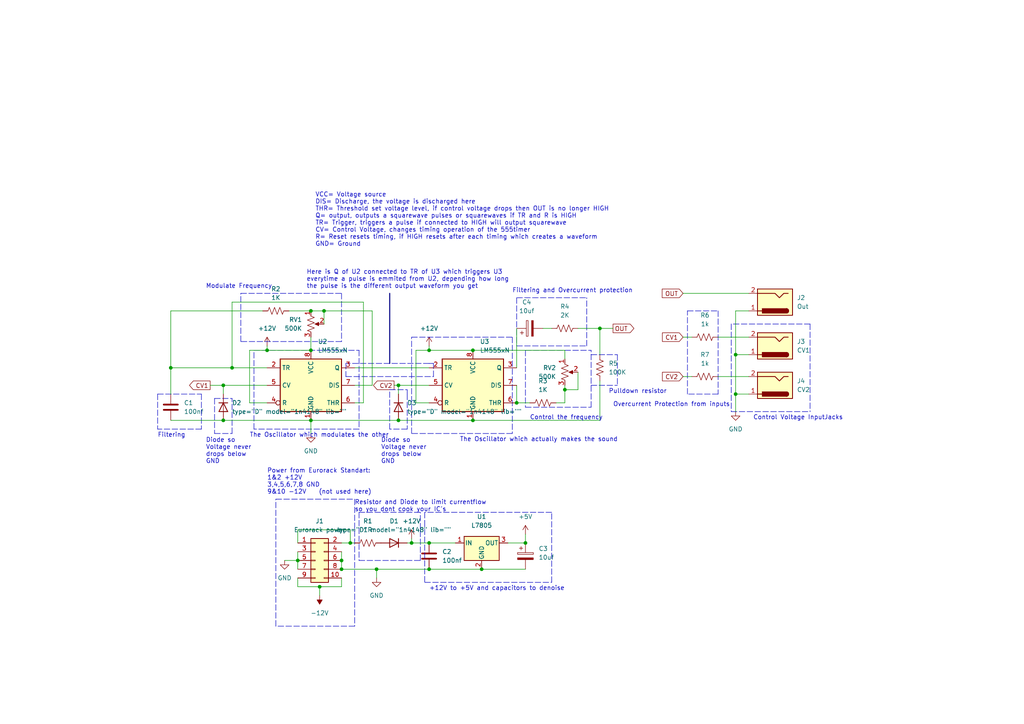
<source format=kicad_sch>
(kicad_sch (version 20211123) (generator eeschema)
  (paper "A4")
  (title_block (title "APC") (rev "1") (company "Julian Bressel"))
  (lib_symbols
    (symbol "Connector:Jack-DC" (pin_names (offset 1.016))
      (property "Reference" "J" (at 0 5.334 0))
      (property "Value" "Jack-DC" (at 0 -5.08 0))
      (symbol "Jack-DC_0_1"
        (rectangle (start -5.08 3.81) (end 5.08 -3.81) (stroke (width 0.254)) (fill (type background)))
        (arc (start -3.302 3.175) (mid -3.937 2.54) (end -3.302 1.905) (stroke (width 0.254)))
        (arc (start -3.302 3.175) (mid -3.937 2.54) (end -3.302 1.905) (stroke (width 0.254)) (fill (type outline)))
        (polyline (pts (xy 5.08 2.54) (xy 3.81 2.54)) (stroke (width 0.254)))
        (polyline (pts (xy -3.81 -2.54) (xy -2.54 -2.54) (xy -1.27 -1.27) (xy 0 -2.54) (xy 2.54 -2.54) (xy 5.08 -2.54)) (stroke (width 0.254)))
        (rectangle (start 3.683 3.175) (end -3.302 1.905) (stroke (width 0.254)) (fill (type outline)))
      )
      (symbol "Jack-DC_1_1"
        (pin passive line (at 7.62 2.54 180) (length 2.54) (name "~") (number "1"))
        (pin passive line (at 7.62 -2.54 180) (length 2.54) (name "~") (number "2"))
      )
    )
    (symbol "Connector_Generic:Conn_02x05_Odd_Even" (pin_names (offset 1.016) hide)
      (property "Reference" "J" (at 1.27 7.62 0))
      (property "Value" "Conn_02x05_Odd_Even" (at 1.27 -7.62 0))
      (symbol "Conn_02x05_Odd_Even_1_1"
        (rectangle (start -1.27 -4.953) (end 0 -5.207) (stroke (width 0.1524)))
        (rectangle (start -1.27 -2.413) (end 0 -2.667) (stroke (width 0.1524)))
        (rectangle (start -1.27 0.127) (end 0 -0.127) (stroke (width 0.1524)))
        (rectangle (start -1.27 2.667) (end 0 2.413) (stroke (width 0.1524)))
        (rectangle (start -1.27 5.207) (end 0 4.953) (stroke (width 0.1524)))
        (rectangle (start -1.27 6.35) (end 3.81 -6.35) (stroke (width 0.254)) (fill (type background)))
        (rectangle (start 3.81 -4.953) (end 2.54 -5.207) (stroke (width 0.1524)))
        (rectangle (start 3.81 -2.413) (end 2.54 -2.667) (stroke (width 0.1524)))
        (rectangle (start 3.81 0.127) (end 2.54 -0.127) (stroke (width 0.1524)))
        (rectangle (start 3.81 2.667) (end 2.54 2.413) (stroke (width 0.1524)))
        (rectangle (start 3.81 5.207) (end 2.54 4.953) (stroke (width 0.1524)))
        (pin passive line (at -5.08 5.08 0) (length 3.81) (name "Pin_1") (number "1"))
        (pin passive line (at 7.62 -5.08 180) (length 3.81) (name "Pin_10") (number "10"))
        (pin passive line (at 7.62 5.08 180) (length 3.81) (name "Pin_2") (number "2"))
        (pin passive line (at -5.08 2.54 0) (length 3.81) (name "Pin_3") (number "3"))
        (pin passive line (at 7.62 2.54 180) (length 3.81) (name "Pin_4") (number "4"))
        (pin passive line (at -5.08 0 0) (length 3.81) (name "Pin_5") (number "5"))
        (pin passive line (at 7.62 0 180) (length 3.81) (name "Pin_6") (number "6"))
        (pin passive line (at -5.08 -2.54 0) (length 3.81) (name "Pin_7") (number "7"))
        (pin passive line (at 7.62 -2.54 180) (length 3.81) (name "Pin_8") (number "8"))
        (pin passive line (at -5.08 -5.08 0) (length 3.81) (name "Pin_9") (number "9"))
      )
    )
    (symbol "Device:C" (pin_numbers hide) (pin_names (offset 0.254))
      (property "Reference" "C" (at 0.635 2.54 0))
      (property "Value" "C" (at 0.635 -2.54 0))
      (symbol "C_0_1"
        (polyline (pts (xy -2.032 -0.762) (xy 2.032 -0.762)) (stroke (width 0.508)))
        (polyline (pts (xy -2.032 0.762) (xy 2.032 0.762)) (stroke (width 0.508)))
      )
      (symbol "C_1_1"
        (pin passive line (at 0 3.81 270) (length 2.794) (name "~") (number "1"))
        (pin passive line (at 0 -3.81 90) (length 2.794) (name "~") (number "2"))
      )
    )
    (symbol "Device:C_Polarized" (pin_numbers hide) (pin_names (offset 0.254))
      (property "Reference" "C" (at 0.635 2.54 0))
      (property "Value" "C_Polarized" (at 0.635 -2.54 0))
      (symbol "C_Polarized_0_1"
        (rectangle (start -2.286 0.508) (end 2.286 1.016))
        (polyline (pts (xy -1.778 2.286) (xy -0.762 2.286)))
        (polyline (pts (xy -1.27 2.794) (xy -1.27 1.778)))
        (rectangle (start 2.286 -0.508) (end -2.286 -1.016) (fill (type outline)))
      )
      (symbol "C_Polarized_1_1"
        (pin passive line (at 0 3.81 270) (length 2.794) (name "~") (number "1"))
        (pin passive line (at 0 -3.81 90) (length 2.794) (name "~") (number "2"))
      )
    )
    (symbol "Device:R_Potentiometer_US" (pin_names (offset 1.016) hide)
      (property "Reference" "RV" (at -4.445 0 90))
      (property "Value" "R_Potentiometer_US" (at -2.54 0 90))
      (symbol "R_Potentiometer_US_0_1"
        (polyline (pts (xy 0 -2.286) (xy 0 -2.54)))
        (polyline (pts (xy 0 2.54) (xy 0 2.286)))
        (polyline (pts (xy 2.54 0) (xy 1.524 0)))
        (polyline (pts (xy 1.143 0) (xy 2.286 0.508) (xy 2.286 -0.508) (xy 1.143 0)) (fill (type outline)))
        (polyline (pts (xy 0 -0.762) (xy 1.016 -1.143) (xy 0 -1.524) (xy -1.016 -1.905) (xy 0 -2.286)))
        (polyline (pts (xy 0 0.762) (xy 1.016 0.381) (xy 0 0) (xy -1.016 -0.381) (xy 0 -0.762)))
        (polyline (pts (xy 0 2.286) (xy 1.016 1.905) (xy 0 1.524) (xy -1.016 1.143) (xy 0 0.762)))
      )
      (symbol "R_Potentiometer_US_1_1"
        (pin passive line (at 0 3.81 270) (length 1.27) (name "1") (number "1"))
        (pin passive line (at 3.81 0 180) (length 1.27) (name "2") (number "2"))
        (pin passive line (at 0 -3.81 90) (length 1.27) (name "3") (number "3"))
      )
    )
    (symbol "Device:R_US" (pin_numbers hide) (pin_names (offset 0))
      (property "Reference" "R" (at 2.54 0 90))
      (property "Value" "R_US" (at -2.54 0 90))
      (symbol "R_US_0_1"
        (polyline (pts (xy 0 -2.286) (xy 0 -2.54)))
        (polyline (pts (xy 0 2.286) (xy 0 2.54)))
        (polyline (pts (xy 0 -0.762) (xy 1.016 -1.143) (xy 0 -1.524) (xy -1.016 -1.905) (xy 0 -2.286)))
        (polyline (pts (xy 0 0.762) (xy 1.016 0.381) (xy 0 0) (xy -1.016 -0.381) (xy 0 -0.762)))
        (polyline (pts (xy 0 2.286) (xy 1.016 1.905) (xy 0 1.524) (xy -1.016 1.143) (xy 0 0.762)))
      )
      (symbol "R_US_1_1"
        (pin passive line (at 0 3.81 270) (length 1.27) (name "~") (number "1"))
        (pin passive line (at 0 -3.81 90) (length 1.27) (name "~") (number "2"))
      )
    )
    (symbol "Regulator_Linear:L7805" (pin_names (offset 0.254))
      (property "Reference" "U" (at -3.81 3.175 0))
      (property "Value" "L7805" (at 0 3.175 0))
      (symbol "L7805_0_1"
        (rectangle (start -5.08 1.905) (end 5.08 -5.08) (stroke (width 0.254)) (fill (type background)))
      )
      (symbol "L7805_1_1"
        (pin power_in line (at -7.62 0 0) (length 2.54) (name "IN") (number "1"))
        (pin power_in line (at 0 -7.62 90) (length 2.54) (name "GND") (number "2"))
        (pin power_out line (at 7.62 0 180) (length 2.54) (name "OUT") (number "3"))
      )
    )
    (symbol "Simulation_SPICE:DIODE" (pin_numbers hide) (pin_names (offset 1.016) hide)
      (property "Reference" "D" (at 0 2.54 0))
      (property "Value" "DIODE" (at 0 -2.54 0))
      (symbol "DIODE_0_1"
        (polyline (pts (xy 1.27 0) (xy -1.27 0)))
        (polyline (pts (xy 1.27 1.27) (xy 1.27 -1.27)) (stroke (width 0.254)))
        (polyline (pts (xy -1.27 -1.27) (xy -1.27 1.27) (xy 1.27 0) (xy -1.27 -1.27)) (stroke (width 0.254)))
      )
      (symbol "DIODE_1_1"
        (pin passive line (at -3.81 0 0) (length 2.54) (name "A") (number "1"))
        (pin passive line (at 3.81 0 180) (length 2.54) (name "K") (number "2"))
      )
    )
    (symbol "Timer:LM555xN"
      (property "Reference" "U" (at -10.16 8.89 0))
      (property "Value" "LM555xN" (at 2.54 8.89 0))
      (symbol "LM555xN_0_0"
        (pin power_in line (at 0 -10.16 90) (length 2.54) (name "GND") (number "1"))
        (pin power_in line (at 0 10.16 270) (length 2.54) (name "VCC") (number "8"))
      )
      (symbol "LM555xN_0_1"
        (rectangle (start -8.89 -7.62) (end 8.89 7.62) (stroke (width 0.254)) (fill (type background)))
        (rectangle (start -8.89 -7.62) (end 8.89 7.62) (stroke (width 0.254)) (fill (type background)))
      )
      (symbol "LM555xN_1_1"
        (pin input line (at -12.7 5.08 0) (length 3.81) (name "TR") (number "2"))
        (pin output line (at 12.7 5.08 180) (length 3.81) (name "Q") (number "3"))
        (pin input inverted (at -12.7 -5.08 0) (length 3.81) (name "R") (number "4"))
        (pin input line (at -12.7 0 0) (length 3.81) (name "CV") (number "5"))
        (pin input line (at 12.7 -5.08 180) (length 3.81) (name "THR") (number "6"))
        (pin input line (at 12.7 0 180) (length 3.81) (name "DIS") (number "7"))
      )
    )
    (symbol "power:+12V" (power) (pin_names (offset 0))
      (property "Value" "+12V" (at 0 3.556 0))
      (symbol "+12V_0_1"
        (polyline (pts (xy -0.762 1.27) (xy 0 2.54)))
        (polyline (pts (xy 0 0) (xy 0 2.54)))
        (polyline (pts (xy 0 2.54) (xy 0.762 1.27)))
      )
      (symbol "+12V_1_1"
        (pin power_in line (at 0 0 90) (length 0) hide (name "+12V") (number "1"))
      )
    )
    (symbol "power:+5V" (power) (pin_names (offset 0))
      (property "Value" "+5V" (at 0 3.556 0))
      (symbol "+5V_0_1"
        (polyline (pts (xy -0.762 1.27) (xy 0 2.54)))
        (polyline (pts (xy 0 0) (xy 0 2.54)))
        (polyline (pts (xy 0 2.54) (xy 0.762 1.27)))
      )
      (symbol "+5V_1_1"
        (pin power_in line (at 0 0 90) (length 0) hide (name "+5V") (number "1"))
      )
    )
    (symbol "power:-12V" (power) (pin_names (offset 0))
      (property "Value" "-12V" (at 0 3.81 0))
      (symbol "-12V_0_0"
        (pin power_in line (at 0 0 90) (length 0) hide (name "-12V") (number "1"))
      )
      (symbol "-12V_0_1"
        (polyline (pts (xy 0 0) (xy 0 1.27) (xy 0.762 1.27) (xy 0 2.54) (xy -0.762 1.27) (xy 0 1.27)) (fill (type outline)))
      )
    )
    (symbol "power:GND" (power) (pin_names (offset 0))
      (property "Value" "GND" (at 0 -3.81 0))
      (symbol "GND_0_1"
        (polyline (pts (xy 0 0) (xy 0 -1.27) (xy 1.27 -1.27) (xy 0 -2.54) (xy -1.27 -1.27) (xy 0 -1.27)))
      )
      (symbol "GND_1_1"
        (pin power_in line (at 0 0 270) (length 0) hide (name "GND") (number "1"))
      )
    )
  )
  (junction (at 93.98 90.17))
  (junction (at 99.06 165.1))
  (junction (at 163.83 113.03))
  (junction (at 149.86 116.84))
  (junction (at 99.06 162.56))
  (junction (at 64.77 111.76))
  (junction (at 124.46 165.1))
  (junction (at 124.46 157.48))
  (junction (at 213.36 102.87))
  (junction (at 115.57 111.76))
  (junction (at 119.38 157.48))
  (junction (at 137.16 121.92))
  (junction (at 67.31 106.68))
  (junction (at 90.17 121.92))
  (junction (at 213.36 114.3))
  (junction (at 124.46 101.6))
  (junction (at 109.22 165.1))
  (junction (at 90.17 101.6))
  (junction (at 64.77 121.92))
  (junction (at 139.7 165.1))
  (junction (at 152.4 157.48))
  (junction (at 86.36 162.56))
  (junction (at 115.57 121.92))
  (junction (at 77.47 101.6))
  (junction (at 173.99 95.25))
  (junction (at 49.53 106.68))
  (junction (at 101.6 157.48))
  (junction (at 90.17 90.17))
  (junction (at 137.16 101.6))
  (junction (at 92.71 170.18))
  (polyline (pts (xy 149.86 100.33) (xy 170.18 100.33)))
  (wire (pts (xy 76.2 90.17) (xy 49.53 90.17)))
  (wire (pts (xy 163.83 116.84) (xy 163.83 113.03)))
  (wire (pts (xy 77.47 100.33) (xy 77.47 101.6)))
  (wire (pts (xy 67.31 87.63) (xy 105.41 87.63)))
  (polyline (pts (xy 118.11 113.03) (xy 118.11 114.3)))
  (polyline (pts (xy 67.31 125.73) (xy 67.31 115.57)))
  (wire (pts (xy 147.32 157.48) (xy 152.4 157.48)))
  (wire (pts (xy 105.41 116.84) (xy 102.87 116.84)))
  (polyline (pts (xy 102.87 181.61) (xy 80.01 181.61)))
  (wire (pts (xy 167.64 113.03) (xy 163.83 113.03)))
  (polyline (pts (xy 123.19 151.13) (xy 123.19 168.91)))
  (wire (pts (xy 124.46 165.1) (xy 139.7 165.1)))
  (wire (pts (xy 213.36 114.3) (xy 217.17 114.3)))
  (polyline (pts (xy 58.42 124.46) (xy 45.72 124.46)))
  (polyline (pts (xy 170.18 100.33) (xy 170.18 86.36)))
  (wire (pts (xy 109.22 165.1) (xy 124.46 165.1)))
  (polyline (pts (xy 234.95 93.98) (xy 234.95 119.38)))
  (wire (pts (xy 99.06 165.1) (xy 109.22 165.1)))
  (wire (pts (xy 102.87 111.76) (xy 107.95 111.76)))
  (wire (pts (xy 157.48 95.25) (xy 160.02 95.25)))
  (wire (pts (xy 92.71 170.18) (xy 92.71 172.72)))
  (polyline (pts (xy 118.11 124.46) (xy 113.03 124.46)))
  (wire (pts (xy 119.38 157.48) (xy 124.46 157.48)))
  (wire (pts (xy 152.4 154.94) (xy 152.4 157.48)))
  (wire (pts (xy 167.64 107.95) (xy 167.64 113.03)))
  (polyline (pts (xy 100.33 109.22) (xy 125.73 109.22)))
  (wire (pts (xy 64.77 111.76) (xy 77.47 111.76)))
  (wire (pts (xy 86.36 153.67) (xy 101.6 153.67)))
  (polyline (pts (xy 121.92 162.56) (xy 121.92 148.59)))
  (wire (pts (xy 86.36 167.64) (xy 86.36 170.18)))
  (wire (pts (xy 161.29 116.84) (xy 163.83 116.84)))
  (wire (pts (xy 90.17 121.92) (xy 115.57 121.92)))
  (wire (pts (xy 120.65 101.6) (xy 120.65 116.84)))
  (wire (pts (xy 90.17 101.6) (xy 77.47 101.6)))
  (polyline (pts (xy 73.66 101.6) (xy 104.14 101.6)))
  (wire (pts (xy 198.12 97.79) (xy 200.66 97.79)))
  (polyline (pts (xy 62.23 125.73) (xy 67.31 125.73)))
  (polyline (pts (xy 119.38 97.79) (xy 148.59 97.79)))
  (polyline (pts (xy 104.14 162.56) (xy 121.92 162.56)))
  (polyline (pts (xy 171.45 118.11) (xy 171.45 101.6)))
  (wire (pts (xy 49.53 90.17) (xy 49.53 106.68)))
  (wire (pts (xy 120.65 116.84) (xy 124.46 116.84)))
  (polyline (pts (xy 100.33 105.41) (xy 100.33 109.22)))
  (polyline (pts (xy 149.86 86.36) (xy 170.18 86.36)))
  (polyline (pts (xy 124.46 105.41) (xy 100.33 105.41)))
  (polyline (pts (xy 118.11 114.3) (xy 118.11 124.46)))
  (polyline (pts (xy 123.19 148.59) (xy 123.19 151.13)))
  (wire (pts (xy 49.53 106.68) (xy 67.31 106.68)))
  (bus (pts (xy 113.03 85.09) (xy 113.03 105.41)))
  (wire (pts (xy 93.98 90.17) (xy 90.17 90.17)))
  (polyline (pts (xy 69.85 85.09) (xy 99.06 85.09)))
  (polyline (pts (xy 73.66 124.46) (xy 73.66 101.6)))
  (polyline (pts (xy 152.4 101.6) (xy 171.45 101.6)))
  (wire (pts (xy 90.17 121.92) (xy 64.77 121.92)))
  (wire (pts (xy 109.22 165.1) (xy 109.22 167.64)))
  (wire (pts (xy 83.82 90.17) (xy 90.17 90.17)))
  (polyline (pts (xy 208.28 90.17) (xy 208.28 114.3)))
  (wire (pts (xy 173.99 121.92) (xy 137.16 121.92)))
  (polyline (pts (xy 148.59 97.79) (xy 148.59 125.73)))
  (polyline (pts (xy 123.19 168.91) (xy 160.02 168.91)))
  (polyline (pts (xy 152.4 118.11) (xy 171.45 118.11)))
  (polyline (pts (xy 102.87 144.78) (xy 102.87 181.61)))
  (wire (pts (xy 102.87 106.68) (xy 124.46 106.68)))
  (wire (pts (xy 173.99 110.49) (xy 173.99 121.92)))
  (wire (pts (xy 86.36 170.18) (xy 92.71 170.18)))
  (polyline (pts (xy 113.03 124.46) (xy 113.03 113.03)))
  (wire (pts (xy 149.86 116.84) (xy 153.67 116.84)))
  (wire (pts (xy 60.96 111.76) (xy 64.77 111.76)))
  (polyline (pts (xy 80.01 144.78) (xy 102.87 144.78)))
  (wire (pts (xy 114.3 111.76) (xy 115.57 111.76)))
  (polyline (pts (xy 104.14 124.46) (xy 73.66 124.46)))
  (wire (pts (xy 173.99 102.87) (xy 173.99 95.25)))
  (wire (pts (xy 124.46 101.6) (xy 120.65 101.6)))
  (polyline (pts (xy 104.14 101.6) (xy 104.14 124.46)))
  (polyline (pts (xy 69.85 99.06) (xy 69.85 85.09)))
  (wire (pts (xy 72.39 101.6) (xy 72.39 116.84)))
  (wire (pts (xy 163.83 113.03) (xy 163.83 111.76)))
  (wire (pts (xy 64.77 121.92) (xy 49.53 121.92)))
  (wire (pts (xy 198.12 109.22) (xy 200.66 109.22)))
  (wire (pts (xy 99.06 170.18) (xy 99.06 167.64)))
  (polyline (pts (xy 124.46 105.41) (xy 125.73 105.41)))
  (wire (pts (xy 101.6 157.48) (xy 102.87 157.48)))
  (wire (pts (xy 67.31 106.68) (xy 77.47 106.68)))
  (wire (pts (xy 208.28 109.22) (xy 217.17 109.22)))
  (wire (pts (xy 82.55 162.56) (xy 86.36 162.56)))
  (polyline (pts (xy 179.07 102.87) (xy 179.07 111.76)))
  (wire (pts (xy 213.36 90.17) (xy 213.36 102.87)))
  (wire (pts (xy 149.86 111.76) (xy 149.86 116.84)))
  (polyline (pts (xy 80.01 181.61) (xy 80.01 144.78)))
  (wire (pts (xy 213.36 102.87) (xy 213.36 114.3)))
  (wire (pts (xy 86.36 157.48) (xy 86.36 153.67)))
  (polyline (pts (xy 104.14 148.59) (xy 104.14 162.56)))
  (polyline (pts (xy 62.23 115.57) (xy 62.23 125.73)))
  (wire (pts (xy 119.38 156.21) (xy 119.38 157.48)))
  (wire (pts (xy 86.36 162.56) (xy 86.36 165.1)))
  (wire (pts (xy 137.16 101.6) (xy 124.46 101.6)))
  (polyline (pts (xy 152.4 101.6) (xy 152.4 118.11)))
  (wire (pts (xy 99.06 160.02) (xy 99.06 162.56)))
  (polyline (pts (xy 199.39 114.3) (xy 199.39 90.17)))
  (wire (pts (xy 198.12 85.09) (xy 217.17 85.09)))
  (wire (pts (xy 72.39 116.84) (xy 77.47 116.84)))
  (polyline (pts (xy 212.09 93.98) (xy 212.09 119.38)))
  (wire (pts (xy 93.98 93.98) (xy 93.98 90.17)))
  (polyline (pts (xy 113.03 113.03) (xy 118.11 113.03)))
  (polyline (pts (xy 208.28 114.3) (xy 199.39 114.3)))
  (polyline (pts (xy 119.38 125.73) (xy 119.38 97.79)))
  (wire (pts (xy 77.47 101.6) (xy 72.39 101.6)))
  (wire (pts (xy 105.41 87.63) (xy 105.41 116.84)))
  (wire (pts (xy 118.11 157.48) (xy 119.38 157.48)))
  (wire (pts (xy 86.36 160.02) (xy 86.36 162.56)))
  (polyline (pts (xy 171.45 111.76) (xy 179.07 111.76)))
  (wire (pts (xy 208.28 97.79) (xy 217.17 97.79)))
  (wire (pts (xy 163.83 101.6) (xy 163.83 104.14)))
  (polyline (pts (xy 199.39 90.17) (xy 208.28 90.17)))
  (polyline (pts (xy 171.45 102.87) (xy 179.07 102.87)))
  (wire (pts (xy 149.86 95.25) (xy 149.86 106.68)))
  (wire (pts (xy 124.46 157.48) (xy 132.08 157.48)))
  (wire (pts (xy 49.53 114.3) (xy 49.53 106.68)))
  (wire (pts (xy 67.31 106.68) (xy 67.31 87.63)))
  (polyline (pts (xy 234.95 93.98) (xy 212.09 93.98)))
  (wire (pts (xy 213.36 114.3) (xy 213.36 119.38)))
  (wire (pts (xy 90.17 121.92) (xy 90.17 125.73)))
  (polyline (pts (xy 212.09 119.38) (xy 234.95 119.38)))
  (polyline (pts (xy 160.02 168.91) (xy 160.02 148.59)))
  (polyline (pts (xy 45.72 114.3) (xy 58.42 114.3)))
  (wire (pts (xy 139.7 165.1) (xy 152.4 165.1)))
  (wire (pts (xy 124.46 100.33) (xy 124.46 101.6)))
  (polyline (pts (xy 148.59 125.73) (xy 119.38 125.73)))
  (polyline (pts (xy 99.06 85.09) (xy 99.06 99.06)))
  (polyline (pts (xy 125.73 109.22) (xy 125.73 105.41)))
  (polyline (pts (xy 99.06 99.06) (xy 69.85 99.06)))
  (wire (pts (xy 213.36 102.87) (xy 217.17 102.87)))
  (wire (pts (xy 99.06 157.48) (xy 101.6 157.48)))
  (wire (pts (xy 137.16 101.6) (xy 163.83 101.6)))
  (wire (pts (xy 92.71 170.18) (xy 99.06 170.18)))
  (polyline (pts (xy 160.02 148.59) (xy 123.19 148.59)))
  (wire (pts (xy 217.17 90.17) (xy 213.36 90.17)))
  (polyline (pts (xy 58.42 114.3) (xy 58.42 124.46)))
  (wire (pts (xy 115.57 121.92) (xy 137.16 121.92)))
  (wire (pts (xy 90.17 97.79) (xy 90.17 101.6)))
  (polyline (pts (xy 45.72 114.3) (xy 45.72 124.46)))
  (polyline (pts (xy 62.23 115.57) (xy 67.31 115.57)))
  (wire (pts (xy 173.99 95.25) (xy 177.8 95.25)))
  (wire (pts (xy 64.77 114.3) (xy 64.77 111.76)))
  (wire (pts (xy 93.98 90.17) (xy 107.95 90.17)))
  (polyline (pts (xy 149.86 86.36) (xy 149.86 100.33)))
  (wire (pts (xy 124.46 111.76) (xy 115.57 111.76)))
  (polyline (pts (xy 104.14 148.59) (xy 121.92 148.59)))
  (wire (pts (xy 107.95 90.17) (xy 107.95 111.76)))
  (wire (pts (xy 101.6 153.67) (xy 101.6 157.48)))
  (wire (pts (xy 173.99 95.25) (xy 167.64 95.25)))
  (wire (pts (xy 99.06 162.56) (xy 99.06 165.1)))
  (wire (pts (xy 115.57 111.76) (xy 115.57 114.3)))
  (text "Pulldown resistor\n" (at 176.53 114.3 0) (effects (font (size 1.27 1.27)) (justify left bottom)))
  (text "Here is Q of U2 connected to TR of U3 which triggers U3\neverytime a pulse is emmited from U2, depending how long\nthe pulse is the different output waveform you get\n" (at 88.9 83.82 0) (effects (font (size 1.27 1.27)) (justify left bottom)))
  (text "Filtering and Overcurrent protection\n" (at 148.59 85.09 0) (effects (font (size 1.27 1.27)) (justify left bottom)))
  (text "Modulate Frequency\n" (at 59.69 83.82 0) (effects (font (size 1.27 1.27)) (justify left bottom)))
  (text "Power from Eurorack Standart:\n1&2 +12V\n3,4,5,6,7,8 GND\n9&10 -12V	(not used here)" (at 77.47 143.51 0) (effects (font (size 1.27 1.27)) (justify left bottom)))
  (text "Control the frequency\n" (at 153.67 121.92 0) (effects (font (size 1.27 1.27)) (justify left bottom)))
  (text "Resistor and Diode to limit currentflow\nso you dont cook your IC's\n" (at 102.87 148.59 0) (effects (font (size 1.27 1.27)) (justify left bottom)))
  (text "Filtering\n" (at 45.72 127 0) (effects (font (size 1.27 1.27)) (justify left bottom)))
  (text "Diode so\nVoltage never\ndrops below\nGND\n" (at 59.69 134.62 0) (effects (font (size 1.27 1.27)) (justify left bottom)))
  (text "+12V to +5V and capacitors to denoise\n" (at 124.46 171.45 0) (effects (font (size 1.27 1.27)) (justify left bottom)))
  (text "Overcurrent Protection from inputs" (at 177.8 118.11 0) (effects (font (size 1.27 1.27)) (justify left bottom)))
  (text "The Oscillator which modulates the other\n" (at 72.39 127 0) (effects (font (size 1.27 1.27)) (justify left bottom)))
  (text "Diode so\nVoltage never\ndrops below\nGND\n" (at 110.49 134.62 0) (effects (font (size 1.27 1.27)) (justify left bottom)))
  (text "The Oscillator which actually makes the sound\n" (at 133.35 128.27 0) (effects (font (size 1.27 1.27)) (justify left bottom)))
  (text "Control Voltage InputJacks\n" (at 218.44 121.92 0) (effects (font (size 1.27 1.27)) (justify left bottom)))
  (text "VCC= Voltage source\nDIS= Discharge, the voltage is discharged here\nTHR= Threshold set voltage level, if control voltage drops then OUT is no longer HIGH\nQ= output, outputs a squarewave pulses or squarewaves if TR and R is HIGH\nTR= Trigger, triggers a pulse if connected to HIGH will output squarewave\nCV= Control Voltage, changes timing operation of the 555timer\nR= Reset resets timing, if HIGH resets after each timing which creates a waveform\nGND= Ground\n\n" (at 91.44 73.66 0) (effects (font (size 1.27 1.27)) (justify left bottom)))
  (global_label "OUT" (shape output) (at 177.8 95.25 0) (property "Intersheet References" "${INTERSHEET_REFS}" (effects hide)))
  (global_label "CV2" (shape input) (at 198.12 109.22 180) (property "Intersheet References" "${INTERSHEET_REFS}" (effects hide)))
  (global_label "CV1" (shape input) (at 198.12 97.79 180) (property "Intersheet References" "${INTERSHEET_REFS}" (effects hide)))
  (global_label "CV2" (shape output) (at 114.3 111.76 180) (property "Intersheet References" "${INTERSHEET_REFS}" (effects hide)))
  (global_label "CV1" (shape output) (at 60.96 111.76 180) (property "Intersheet References" "${INTERSHEET_REFS}" (effects hide)))
  (global_label "OUT" (shape input) (at 198.12 85.09 180) (property "Intersheet References" "${INTERSHEET_REFS}" (effects hide)))
  (symbol (lib_id "power:-12V") (at 92.71 172.72 180) (unit 1)
    (property "Reference" "#PWR02" (effects hide))
    (property "Value" "-12V" (at 92.71 177.8 0))
  )
  (symbol (lib_id "Device:C") (at 49.53 118.11 0) (unit 1)
    (property "Reference" "C1" (at 53.34 116.8399 0) (effects (justify left)))
    (property "Value" "100nf" (at 53.34 119.3799 0) (effects (justify left)))
  )
  (symbol (lib_id "power:GND") (at 82.55 162.56 0) (unit 1)
    (property "Reference" "#PWR01" (effects hide))
    (property "Value" "GND" (at 82.55 167.64 0))
  )
  (symbol (lib_id "Timer:LM555xN") (at 137.16 111.76 0) (unit 1)
    (property "Reference" "U3" (at 139.1794 99.06 0) (effects (justify left)))
    (property "Value" "LM555xN" (at 139.1794 101.6 0) (effects (justify left)))
    (property "Footprint" "Package_DIP:DIP-8_W7.62mm" (effects hide))
    (property "Datasheet" "http://www.ti.com/lit/ds/symlink/lm555.pdf" (effects hide))
  )
  (symbol (lib_id "Device:R_US") (at 163.83 95.25 90) (unit 1)
    (property "Reference" "R4" (at 163.83 88.9 90))
    (property "Value" "2K" (at 163.83 91.44 90))
  )
  (symbol (lib_id "Device:C_Polarized") (at 152.4 161.29 0) (unit 1)
    (property "Reference" "C3" (at 156.21 159.1309 0) (effects (justify left)))
    (property "Value" "10uf" (at 156.21 161.6709 0) (effects (justify left)))
  )
  (symbol (lib_id "power:+12V") (at 119.38 156.21 0) (unit 1)
    (property "Reference" "#PWR04" (effects hide))
    (property "Value" "+12V" (at 119.38 151.13 0))
  )
  (symbol (lib_id "Device:R_Potentiometer_US") (at 90.17 93.98 0) (unit 1)
    (property "Reference" "RV1" (at 87.63 92.7099 0) (effects (justify right)))
    (property "Value" "500K" (at 87.63 95.2499 0) (effects (justify right)))
  )
  (symbol (lib_id "Device:R_US") (at 106.68 157.48 90) (unit 1)
    (property "Reference" "R1" (at 106.68 151.13 90))
    (property "Value" "1R" (at 106.68 153.67 90))
  )
  (symbol (lib_id "Connector:Jack-DC") (at 224.79 111.76 180) (unit 1)
    (property "Reference" "J4" (at 231.14 110.4899 0) (effects (justify right)))
    (property "Value" "CV2" (at 231.14 113.0299 0) (effects (justify right)))
  )
  (symbol (lib_id "Regulator_Linear:L7805") (at 139.7 157.48 0) (unit 1)
    (property "Reference" "U1" (at 139.7 149.86 0))
    (property "Value" "L7805" (at 139.7 152.4 0))
    (property "Datasheet" "http://www.st.com/content/ccc/resource/technical/document/datasheet/41/4f/b3/b0/12/d4/47/88/CD00000444.pdf/files/CD00000444.pdf/jcr:content/translations/en.CD00000444.pdf" (effects hide))
  )
  (symbol (lib_id "Device:C_Polarized") (at 153.67 95.25 90) (unit 1)
    (property "Reference" "C4" (at 152.781 87.63 90))
    (property "Value" "10uf" (at 152.781 90.17 90))
  )
  (symbol (lib_id "power:GND") (at 109.22 167.64 0) (unit 1)
    (property "Reference" "#PWR03" (effects hide))
    (property "Value" "GND" (at 109.22 172.72 0))
  )
  (symbol (lib_id "Device:C") (at 124.46 161.29 0) (unit 1)
    (property "Reference" "C2" (at 128.27 160.0199 0) (effects (justify left)))
    (property "Value" "100nf" (at 128.27 162.5599 0) (effects (justify left)))
  )
  (symbol (lib_id "Device:R_Potentiometer_US") (at 163.83 107.95 0) (unit 1)
    (property "Reference" "RV2" (at 161.29 106.6799 0) (effects (justify right)))
    (property "Value" "500K" (at 161.29 109.2199 0) (effects (justify right)))
  )
  (symbol (lib_id "Device:R_US") (at 204.47 97.79 90) (unit 1)
    (property "Reference" "R6" (at 204.47 91.44 90))
    (property "Value" "1k" (at 204.47 93.98 90))
  )
  (symbol (lib_id "power:GND") (at 213.36 119.38 0) (unit 1)
    (property "Reference" "#PWR09" (effects hide))
    (property "Value" "GND" (at 213.36 124.46 0))
  )
  (symbol (lib_id "Device:R_US") (at 80.01 90.17 90) (unit 1)
    (property "Reference" "R2" (at 80.01 83.82 90))
    (property "Value" "1K" (at 80.01 86.36 90))
  )
  (symbol (lib_id "Connector:Jack-DC") (at 224.79 87.63 180) (unit 1)
    (property "Reference" "J2" (at 231.14 86.3599 0) (effects (justify right)))
    (property "Value" "Out" (at 231.14 88.8999 0) (effects (justify right)))
  )
  (symbol (lib_id "power:+5V") (at 152.4 154.94 0) (unit 1)
    (property "Reference" "#PWR07" (effects hide))
    (property "Value" "+5V" (at 152.4 149.86 0))
  )
  (symbol (lib_id "Connector:Jack-DC") (at 224.79 100.33 180) (unit 1)
    (property "Reference" "J3" (at 231.14 99.0599 0) (effects (justify right)))
    (property "Value" "CV1" (at 231.14 101.5999 0) (effects (justify right)))
  )
  (symbol (lib_id "Simulation_SPICE:DIODE") (at 115.57 118.11 90) (unit 1)
    (property "Reference" "D3" (at 118.11 116.8399 90) (effects (justify right)))
    (property "Value" "1n4148" (at 118.11 119.3799 90) (effects (justify right)))
    (property "Spice_Netlist_Enabled" "Y" (effects hide))
    (property "Spice_Primitive" "D" (effects hide))
  )
  (symbol (lib_id "Simulation_SPICE:DIODE") (at 114.3 157.48 0) (unit 1)
    (property "Reference" "D1" (at 114.3 151.13 0))
    (property "Value" "1n4148" (at 114.3 153.67 0))
    (property "Spice_Netlist_Enabled" "Y" (effects hide))
    (property "Spice_Primitive" "D" (effects hide))
  )
  (symbol (lib_id "power:+12V") (at 124.46 100.33 0) (unit 1)
    (property "Reference" "#PWR08" (effects hide))
    (property "Value" "+12V" (at 124.46 95.25 0))
  )
  (symbol (lib_id "Connector_Generic:Conn_02x05_Odd_Even") (at 91.44 162.56 0) (unit 1)
    (property "Reference" "J1" (at 92.71 151.13 0))
    (property "Value" "Eurorack power" (at 92.71 153.67 0))
  )
  (symbol (lib_id "Timer:LM555xN") (at 90.17 111.76 0) (unit 1)
    (property "Reference" "U2" (at 92.1894 99.06 0) (effects (justify left)))
    (property "Value" "LM555xN" (at 92.1894 101.6 0) (effects (justify left)))
    (property "Footprint" "Package_DIP:DIP-8_W7.62mm" (effects hide))
    (property "Datasheet" "http://www.ti.com/lit/ds/symlink/lm555.pdf" (effects hide))
  )
  (symbol (lib_id "Device:R_US") (at 204.47 109.22 90) (unit 1)
    (property "Reference" "R7" (at 204.47 102.87 90))
    (property "Value" "1k" (at 204.47 105.41 90))
  )
  (symbol (lib_id "Simulation_SPICE:DIODE") (at 64.77 118.11 90) (unit 1)
    (property "Reference" "D2" (at 67.31 116.8399 90) (effects (justify right)))
    (property "Value" "1n4148" (at 67.31 119.3799 90) (effects (justify right)))
    (property "Spice_Netlist_Enabled" "Y" (effects hide))
    (property "Spice_Primitive" "D" (effects hide))
  )
  (symbol (lib_id "Device:R_US") (at 157.48 116.84 90) (unit 1)
    (property "Reference" "R3" (at 157.48 110.49 90))
    (property "Value" "1K" (at 157.48 113.03 90))
  )
  (symbol (lib_id "Device:R_US") (at 173.99 106.68 0) (unit 1)
    (property "Reference" "R5" (at 176.53 105.4099 0) (effects (justify left)))
    (property "Value" "100K" (at 176.53 107.9499 0) (effects (justify left)))
  )
  (symbol (lib_id "power:+12V") (at 77.47 100.33 0) (unit 1)
    (property "Reference" "#PWR05" (effects hide))
    (property "Value" "+12V" (at 77.47 95.25 0))
  )
  (symbol (lib_id "power:GND") (at 90.17 125.73 0) (unit 1)
    (property "Reference" "#PWR06" (effects hide))
    (property "Value" "GND" (at 90.17 130.81 0))
  )
)
</source>
